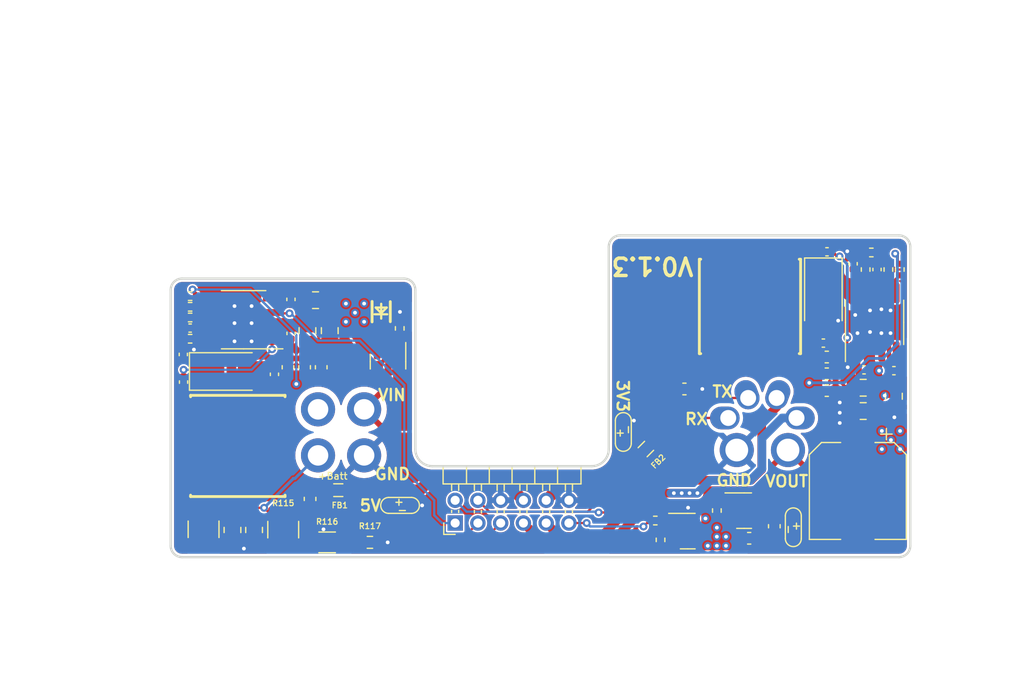
<source format=kicad_pcb>
(kicad_pcb (version 20221018) (generator pcbnew)
  (layers (0 "F.Cu" signal "Front") (1 "In1.Cu" signal) (2 "In2.Cu" signal) (31 "B.Cu" signal "Back") (34 "B.Paste" user) (35 "F.Paste" user) (36 "B.SilkS" user "B.Silkscreen") (37 "F.SilkS" user "F.Silkscreen") (38 "B.Mask" user) (39 "F.Mask" user) (44 "Edge.Cuts" user))
  (net 0 "")
  (net 1 "GND")
  (net 2 "+12V")
  (net 3 "/Ch_GND")
  (net 4 "/+Batt")
  (net 5 "+3V3")
  (net 6 "+5V")
  (net 7 "Net-(C111-Pad1)")
  (net 8 "Net-(C112-Pad1)")
  (net 9 "Net-(U101-COMP)")
  (net 10 "Net-(U102-COMP)")
  (net 11 "Net-(U101-SS)")
  (net 12 "Net-(U102-SS)")
  (net 13 "Net-(U101-BOOT)")
  (net 14 "/SW_5V")
  (net 15 "Net-(U102-BOOT)")
  (net 16 "/SW_3V3")
  (net 17 "Net-(D101-A)")
  (net 18 "5V_EN")
  (net 19 "VIN")
  (net 20 "Net-(R102-Pad2)")
  (net 21 "Net-(U101-VSENSE)")
  (net 22 "Net-(R108-Pad1)")
  (net 23 "Net-(U102-VSENSE)")
  (net 25 "SPEAKER_+")
  (net 26 "SPEAKER_-")
  (net 27 "OUT_TX")
  (net 28 "OUT_RX")
  (net 29 "VOUT")
  (net 30 "BATT_SENSE_LV")
  (net 31 "BATT_SENSE_HV")
  (net 32 "Net-(R116-Pad2)")
  (net 33 "/5V0_PF")
  (net 34 "/3V3_PF")
  (net 35 "EN_PERIPH_POWER")
  (net 36 "Net-(Q1-G)")
  (net 37 "Net-(Q1-D)")
  (footprint "cacophony-library:PinHeader_2x06_P2.00mm_Horizontal" (layer "F.Cu") (at -5 1 90)
    (fp_text reference "J104" hide)
    (fp_text value "Conn_02x06_Odd_Even")
  )
  (footprint "Inductor_SMD:L_0805_2012Metric" (layer "F.Cu") (at 11.76 -5.51 -135)
    (fp_text reference "FB2")
    (fp_text value "FerriteBead")
  )
  (footprint "Capacitor_SMD:C_0402_1005Metric" (layer "F.Cu") (at 32.075 -21.295 -90)
    (fp_text reference "C112" hide)
    (fp_text value "1nF")
  )
  (footprint "Resistor_SMD:R_1210_3225Metric" (layer "F.Cu") (at -20.11 1.58 -90)
    (fp_text reference "R115")
    (fp_text value "2M")
  )
  (footprint "Capacitor_SMD:C_0603_1608Metric" (layer "F.Cu") (at 23.05 1.28 -90)
    (fp_text reference "C108" hide)
    (fp_text value "10uF")
  )
  (footprint "Resistor_SMD:R_0603_1608Metric" (layer "F.Cu") (at -12.49 2.7)
    (fp_text reference "R117")
    (fp_text value "33k")
  )
  (footprint "Capacitor_SMD:C_0603_1608Metric" (layer "F.Cu") (at 27.66 -13.6)
    (fp_text reference "C126" hide)
    (fp_text value "22uF")
  )
  (footprint "cacophony-library:jcon-2+4pin-m16" (layer "F.Cu") (at 22 -7)
    (fp_text reference "J101" hide)
    (fp_text value "JCON_M16_2+4Pin")
  )
  (footprint "Resistor_SMD:R_0402_1005Metric" (layer "F.Cu") (at 18 -0.1 -90)
    (fp_text reference "R113" hide)
    (fp_text value "100k")
  )
  (footprint "cacophony-library:IND-SMD_L8.0-W8.0_1217AS" (layer "F.Cu") (at -24.1 -5.78)
    (fp_text reference "L101" hide)
    (fp_text value "6.8uF")
  )
  (footprint "cacophony-library:jcon-4pin_m16" (layer "F.Cu") (at -15.025 -6.975 90)
    (fp_text reference "J102" hide)
    (fp_text value "JCON_M16_04Pin")
  )
  (footprint "Resistor_SMD:R_0805_2012Metric" (layer "F.Cu") (at -24.57 1.61 90)
    (fp_text reference "R102" hide)
    (fp_text value "150k")
  )
  (footprint "Capacitor_SMD:CP_Elec_8x10" (layer "F.Cu") (at 30.39 -1.82 -90)
    (fp_text reference "C105" hide)
    (fp_text value "220uF")
  )
  (footprint "Capacitor_SMD:C_0603_1608Metric" (layer "F.Cu") (at -19.69 -12.7 90)
    (fp_text reference "C121" hide)
    (fp_text value "22uF")
  )
  (footprint "Diode_SMD:D_SMA" (layer "F.Cu") (at -24.84 -12.33)
    (fp_text reference "D102" hide)
    (fp_text value "D_Shockley")
  )
  (footprint "Resistor_SMD:R_0402_1005Metric" (layer "F.Cu") (at -28.29 -15.207638 180)
    (fp_text reference "R105" hide)
    (fp_text value "33k")
  )
  (footprint "Capacitor_SMD:C_0402_1005Metric" (layer "F.Cu") (at -20.88 -12.08 90)
    (fp_text reference "C119" hide)
    (fp_text value "1nF")
  )
  (footprint "cacophony-library:LL-34_L3.5-W1.5-RD" (layer "F.Cu") (at -11.5 -17.59 90)
    (fp_text reference "D101" hide)
    (fp_text value "D_Zener")
  )
  (footprint "Capacitor_SMD:C_0603_1608Metric" (layer "F.Cu") (at 20.84 2.34)
    (fp_text reference "C129" hide)
    (fp_text value "10uF")
  )
  (footprint "Capacitor_SMD:C_0402_1005Metric" (layer "F.Cu") (at 27.68 -22.855 180)
    (fp_text reference "C118" hide)
    (fp_text value "100nF")
  )
  (footprint "Capacitor_SMD:C_0402_1005Metric" (layer "F.Cu") (at -19.42 -15.68 -90)
    (fp_text reference "C109" hide)
    (fp_text value "1nF")
  )
  (footprint "Inductor_SMD:L_0805_2012Metric" (layer "F.Cu") (at -15.27 -1.89)
    (fp_text reference "FB1")
    (fp_text value "FerriteBead")
  )
  (footprint "Capacitor_SMD:C_0805_2012Metric" (layer "F.Cu") (at -17.27 -18.6)
    (fp_text reference "C101" hide)
    (fp_text value "22uF")
  )
  (footprint "Capacitor_SMD:C_0805_2012Metric" (layer "F.Cu") (at -16.02 -15.92 -90)
    (fp_text reference "C106" hide)
    (fp_text value "22uF")
  )
  (footprint "Resistor_SMD:R_0402_1005Metric" (layer "F.Cu") (at 13.05 2.48 90)
    (fp_text reference "R1" hide)
    (fp_text value "100k")
  )
  (footprint "Capacitor_SMD:C_0603_1608Metric" (layer "F.Cu") (at 27.66 -12.125)
    (fp_text reference "C124" hide)
    (fp_text value "22uF")
  )
  (footprint "Package_TO_SOT_SMD:SOT-23" (layer "F.Cu") (at 15.44 1.71)
    (fp_text reference "Q1" hide)
    (fp_text value "AO3400A")
  )
  (footprint "Capacitor_SMD:C_0805_2012Metric" (layer "F.Cu") (at -17.98 -15.92 -90)
    (fp_text reference "C103" hide)
    (fp_text value "22uF")
  )
  (footprint "Resistor_SMD:R_0402_1005Metric" (layer "F.Cu") (at 12.59 0.78)
    (fp_text reference "R114" hide)
    (fp_text value "1k")
  )
  (footprint "Resistor_SMD:R_0402_1005Metric" (layer "F.Cu") (at -28.29 -18.957638 180)
    (fp_text reference "R110" hide)
    (fp_text value "100k")
  )
  (footprint "Capacitor_SMD:C_0402_1005Metric" (layer "F.Cu") (at -28.87 -11.397638 -90)
    (fp_text reference "C117" hide)
    (fp_text value "100nF")
  )
  (footprint "cacophony-library:test-point-2p" (layer "F.Cu") (at 24.72 1.37 90)
    (fp_text reference "TP101" hide)
    (fp_text value "TestPoint_2Pole")
  )
  (footprint "Capacitor_SMD:C_0603_1608Metric" (layer "F.Cu") (at -16.77 -12.7 90)
    (fp_text reference "C127" hide)
    (fp_text value "22uF")
  )
  (footprint "Resistor_SMD:R_0805_2012Metric" (layer "F.Cu") (at -22.67 1.61 -90)
    (fp_text reference "R103" hide)
    (fp_text value "22k")
  )
  (footprint "Capacitor_SMD:C_0805_2012Metric" (layer "F.Cu") (at 30.86 -10.9 180)
    (fp_text reference "C102" hide)
    (fp_text value "22uF")
  )
  (footprint "Package_TO_SOT_SMD:SOT-23" (layer "F.Cu") (at -10.9 -13.2 -90)
    (fp_text reference "Q101" hide)
    (fp_text value "Q_PMOS_GSD")
  )
  (footprint "Capacitor_SMD:C_0603_1608Metric" (layer "F.Cu") (at -18.23 -12.7 90)
    (fp_text reference "C123" hide)
    (fp_text value "22uF")
  )
  (footprint "Capacitor_SMD:C_0805_2012Metric" (layer "F.Cu") (at 30.86 -8.85 180)
    (fp_text reference "C107" hide)
    (fp_text value "22uF")
  )
  (footprint "cacophony-library:test-point-2p" (layer "F.Cu") (at 9.78 -7.01 -90)
    (fp_text reference "TP102" hide)
    (fp_text value "TestPoint_2Pole")
  )
  (footprint "Capacitor_SMD:C_0402_1005Metric" (layer "F.Cu") (at -19.43 -18.67 90)
    (fp_text reference "C115" hide)
    (fp_text value "10nF")
  )
  (footprint "Capacitor_SMD:C_0402_1005Metric" (layer "F.Cu") (at 29.975 -21.8 90)
    (fp_text reference "C114" hide)
    (fp_text value "47pF")
  )
  (footprint "Capacitor_SMD:C_0603_1608Metric" (layer "F.Cu") (at -17.75 -1.12 -90)
    (fp_text reference "C125" hide)
    (fp_text value "22uF")
  )
  (footprint "Resistor_SMD:R_0402_1005Metric" (layer "F.Cu") (at 31.575 -22.795 180)
    (fp_text reference "R109" hide)
    (fp_text value "10k")
  )
  (footprint "Capacitor_SMD:C_0805_2012Metric" (layer "F.Cu") (at 33.56 -10.15 -90)
    (fp_text reference "C104" hide)
    (fp_text value "22uF")
  )
  (footprint "Resistor_SMD:R_0402_1005Metric" (layer "F.Cu") (at 34.075 -21.295 -90)
    (fp_text reference "R112" hide)
    (fp_text value "100k")
  )
  (footprint "Resistor_SMD:R_0402_1005Metric" (layer "F.Cu") (at -9.87 -16.12 90)
    (fp_text reference "R104" hide)
    (fp_text value "100k")
  )
  (footprint "Diode_SMD:D_SMA" (layer "F.Cu") (at 27.36 -18.8 -90)
    (fp_text reference "D103" hide)
    (fp_text value "D_Shockley")
  )
  (footprint "Capacitor_SMD:C_0402_1005Metric" (layer "F.Cu") (at 30.935 -12.475 180)
    (fp_text reference "C110" hide)
    (fp_text value "1nF")
  )
  (footprint "Package_SO:SO-8_3.9x4.9mm_P1.27mm" (layer "F.Cu") (at -23.59 -16.88 180)
    (fp_text reference "U101" hide)
    (fp_text value "TPS54331")
  )
  (footprint "Capacitor_SMD:C_0402_1005Metric" (layer "F.Cu") (at -28.89 -13.827638 -90)
    (fp_text reference "C111" hide)
    (fp_text value "1nF")
  )
  (footprint "Resistor_SMD:R_0402_1005Metric" (layer "F.Cu") (at 33.075 -21.295 -90)
    (fp_text reference "R108" hide)
    (fp_text value "22k")
  )
  (footprint "Resistor_SMD:R_0402_1005Metric" (layer "F.Cu") (at 31.075 -21.295 90)
    (fp_text reference "R106" hide)
    (fp_text value "33k")
  )
  (footprint "Capacitor_SMD:C_0603_1608Metric" (layer "F.Cu") (at 15.15 -10.79)
    (fp_text reference "C128" hide)
    (fp_text value "22uF")
  )
  (footprint "Capacitor_SMD:C_0402_1005Metric" (layer "F.Cu") (at 27.36 -14.825)
    (fp_text reference "C120" hide)
    (fp_text value "1nF")
  )
  (footprint "Capacitor_SMD:C_0603_1608Metric" (layer "F.Cu") (at 27.66 -10.65)
    (fp_text reference "C122" hide)
    (fp_text value "22uF")
  )
  (footprint "Package_TO_SOT_SMD:SOT-23" (layer "F.Cu") (at 20.395 -0.09)
    (fp_text reference "Q102" hide)
    (fp_text value "Q_PMOS_GSD")
  )
  (footprint "Package_SO:SO-8_3.9x4.9mm_P1.27mm" (layer "F.Cu") (at 31.86 -16.65 90)
    (fp_text reference "U102" hide)
    (fp_text value "TPS54331")
  )
  (footprint "cacophony-library:IND-SMD_L8.0-W8.0_1217AS" (layer "F.Cu") (at 20.91 -18.05 -90)
    (fp_text reference "L102" hide)
    (fp_text value "6.8uF")
  )
  (footprint "Capacitor_SMD:C_0402_1005Metric" (layer "F.Cu") (at 33.56 -12.4 180)
    (fp_text reference "C116" hide)
    (fp_text value "10nF")
  )
  (footprint "Resistor_SMD:R_0402_1005Metric" (layer "F.Cu") (at -28.29 -18.017638)
    (fp_text reference "R107" hide)
    (fp_text value "150k")
  )
  (footprint "Capacitor_SMD:C_0402_1005Metric" (layer "F.Cu") (at -28.29 -16.147638 180)
    (fp_text reference "C113" hide)
    (fp_text value "47pF")
  )
  (footprint "Resistor_SMD:R_1206_3216Metric" (layer "F.Cu") (at -16.25 2.7)
    (fp_text reference "R116")
    (fp_text value "560k")
  )
  (footprint "Resistor_SMD:R_1210_3225Metric" (layer "F.Cu") (at -27.11 1.55 -90)
    (fp_text reference "R101" hide)
    (fp_text value "2M")
  )
  (footprint "cacophony-library:test-point-2p" (layer "F.Cu") (at -9.84 -0.55 180)
    (fp_text reference "TP103" hide)
    (fp_text value "TestPoint_2Pole")
  )
  (footprint "Resistor_SMD:R_0402_1005Metric" (layer "F.Cu") (at -28.29 -17.077638)
    (fp_text reference "R111" hide)
    (fp_text value "22k")
  )
  (gr_arc (start 8.5 -5.5) (mid 8.06066 -4.43934) (end 7 -4) (stroke (width 0.2)) (layer "Edge.Cuts"))
  (gr_arc (start 35 3) (mid 34.707107 3.707107) (end 34 4) (stroke (width 0.2)) (layer "Edge.Cuts"))
  (gr_arc (start 34 -24.3) (mid 34.707107 -24.007107) (end 35 -23.3) (stroke (width 0.2)) (layer "Edge.Cuts"))
  (gr_line (start -7 -4) (end 7 -4) (stroke (width 0.2)) (layer "Edge.Cuts"))
  (gr_arc (start -29 4) (mid -29.707107 3.707107) (end -30 3) (stroke (width 0.2)) (layer "Edge.Cuts"))
  (gr_line (start 8.5 -5.5) (end 8.5 -23.3) (stroke (width 0.2)) (layer "Edge.Cuts"))
  (gr_line (start -8.5 -19.5) (end -8.5 -5.5) (stroke (width 0.2)) (layer "Edge.Cuts"))
  (gr_arc (start 8.5 -23.3) (mid 8.792893 -24.007107) (end 9.5 -24.3) (stroke (width 0.2)) (layer "Edge.Cuts"))
  (gr_line (start 34 4) (end -29 4) (stroke (width 0.2)) (layer "Edge.Cuts"))
  (gr_line (start -30 3) (end -30 -19.5) (stroke (width 0.2)) (layer "Edge.Cuts"))
  (gr_line (start -29 -20.5) (end -9.5 -20.5) (stroke (width 0.2)) (layer "Edge.Cuts"))
  (gr_arc (start -9.5 -20.5) (mid -8.792893 -20.207107) (end -8.5 -19.5) (stroke (width 0.2)) (layer "Edge.Cuts"))
  (gr_line (start 35 -23.3) (end 35 3) (stroke (width 0.2)) (layer "Edge.Cuts"))
  (gr_arc (start -7 -4) (mid -8.06066 -4.43934) (end -8.5 -5.5) (stroke (width 0.2)) (layer "Edge.Cuts"))
  (gr_arc (start -30 -19.5) (mid -29.707107 -20.207107) (end -29 -20.5) (stroke (width 0.2)) (layer "Edge.Cuts"))
  (gr_line (start 9.5 -24.3) (end 34 -24.3) (stroke (width 0.2)) (layer "Edge.Cuts"))
  (gr_text "GND" (at 17.86 -2.17) (layer "F.SilkS") (effects (font (size 1 1) (thickness 0.2) bold) (justify left bottom)))
  (gr_text "TX" (at 17.5 -9.97) (layer "F.SilkS") (effects (font (size 1 1) (thickness 0.2) bold) (justify left bottom)))
  (gr_text "+Batt" (at -17.1 -2.78) (layer "F.SilkS") (effects (font (size 0.6 0.6) (thickness 0.1) bold) (justify left bottom)))
  (gr_text "GND" (at -12.16 -2.72) (layer "F.SilkS") (effects (font (size 1 1) (thickness 0.2) bold) (justify left bottom)))
  (gr_text "VOUT" (at 22.15 -2.09) (layer "F.SilkS") (effects (font (size 1 1) (thickness 0.2) bold) (justify left bottom)))
  (gr_text "VIN" (at -11.88 -9.67) (layer "F.SilkS") (effects (font (size 1 1) (thickness 0.2) bold) (justify left bottom)))
  (gr_text "5V" (at -13.49 0.05) (layer "F.SilkS") (effects (font (size 1 1) (thickness 0.2) bold) (justify left bottom)))
  (gr_text "3V3" (at 9.144 -11.684 270) (layer "F.SilkS") (effects (font (size 1 1) (thickness 0.2) bold) (justify left bottom)))
  (gr_text "V0.1.3" (at 16.1 -22.5 180) (layer "F.SilkS") (effects (font (size 1.524 1.524) (thickness 0.3048) bold) (justify left bottom)))
  (gr_text "RX" (at 15.09 -7.56) (layer "F.SilkS") (effects (font (size 1 1) (thickness 0.2) bold) (justify left bottom)))
  (segment (start 30.55 -22.28) (end 31.065 -22.795) (width 0.254) (layer "F.Cu") (net 1))
  (segment (start -8.84 -0.55) (end -7.9 -0.55) (width 0.2) (layer "F.Cu") (net 1))
  (segment (start -28.277 -14.574638) (end -27.958489 -14.256127) (width 0.2) (layer "F.Cu") (net 1))
  (segment (start -28.77 -16.147638) (end -28.277 -15.654638) (width 0.2) (layer "F.Cu") (net 1))
  (segment (start 33.6 -9.16) (end 33.56 -9.2) (width 0.2) (layer "F.Cu") (net 1))
  (segment (start 29.975 -22.385) (end 29.46 -22.9) (width 0.254) (layer "F.Cu") (net 1))
  (segment (start -28.89 -13.453994) (end -28.087867 -14.256127) (width 0.2) (layer "F.Cu") (net 1))
  (segment (start 9.78 -8.01) (end 10.71 -8.01) (width 0.2) (layer "F.Cu") (net 1))
  (segment (start -9.87 -16.63) (end -9.87 -17.55) (width 0.2) (layer "F.Cu") (net 1))
  (segment (start 29.975 -22.28) (end 30.55 -22.28) (width 0.254) (layer "F.Cu") (net 1))
  (segment (start 33.6 -8.3) (end 33.6 -9.16) (width 0.2) (layer "F.Cu") (net 1))
  (segment (start 29.975 -22.28) (end 29.975 -22.385) (width 0.254) (layer "F.Cu") (net 1))
  (segment (start -28.277 -15.654638) (end -28.277 -14.574638) (width 0.2) (layer "F.Cu") (net 1))
  (segment (start -9.87 -17.55) (end -9.85 -17.57) (width 0.2) (layer "F.Cu") (net 1))
  (segment (start -28.89 -13.347638) (end -28.89 -13.453994) (width 0.2) (layer "F.Cu") (net 1))
  (segment (start -28.087867 -14.256127) (end -27.958489 -14.256127) (width 0.2) (layer "F.Cu") (net 1))
  (segment (start 15.925 -10.79) (end 16.72 -10.79) (width 0.2) (layer "F.Cu") (net 1))
  (segment (start -11.665 2.7) (end -10.93 2.7) (width 0.2) (layer "F.Cu") (net 1))
  (via (at 29.5 -12.7) (size 0.6858) (drill 0.3302) (layers "F.Cu" "B.Cu") (net 1))
  (via (at 33.2631 -15.7) (size 0.6858) (drill 0.3302) (layers "F.Cu" "B.Cu") (net 1))
  (via (at 31.46 -17.7) (size 0.6858) (drill 0.3302) (layers "F.Cu" "B.Cu") (net 1))
  (via (at -7.9 -0.55) (size 0.6858) (drill 0.3302) (layers "F.Cu" "B.Cu") (net 1))
  (via (at -22.89 -14.98) (size 0.6858) (drill 0.3302) (layers "F.Cu" "B.Cu") (net 1))
  (via (at -22.89 -16.58) (size 0.6858) (drill 0.3302) (layers "F.Cu" "B.Cu") (net 1))
  (via (at -24.39 -18.08) (size 0.6858) (drill 0.3302) (layers "F.Cu" "B.Cu") (net 1))
  (via (at -22.89 -18.08) (size 0.6858) (drill 0.3302) (layers "F.Cu" "B.Cu") (net 1))
  (via (at 29.46 -22.9) (size 0.6858) (drill 0.3302) (layers "F.Cu" "B.Cu") (net 1))
  (via (at 28.8 -7.8) (size 0.6858) (drill 0.3302) (layers "F.Cu" "B.Cu") (net 1))
  (via (at -9.85 -17.57) (size 0.6858) (drill 0.3302) (layers "F.Cu" "B.Cu") (net 1))
  (via (at 32.46 -15.7) (size 0.6858) (drill 0.3302) (layers "F.Cu" "B.Cu") (net 1))
  (via (at 28.8 -9.6) (size 0.6858) (drill 0.3302) (layers "F.Cu" "B.Cu") (net 1))
  (via (at 16.72 -10.79) (size 0.6858) (drill 0.3302) (layers "F.Cu" "B.Cu") (net 1))
  (via (at -16.57 1.55) (size 0.6858) (drill 0.3302) (layers "F.Cu" "B.Cu") (net 1))
  (via (at -24.39 -16.58) (size 0.6858) (drill 0.3302) (layers "F.Cu" "B.Cu") (net 1))
  (via (at -24.39 -14.98) (size 0.6858) (drill 0.3302) (layers "F.Cu" "B.Cu") (net 1))
  (via (at 30.36 -15.7) (size 0.6858) (drill 0.3302) (layers "F.Cu" "B.Cu") (net 1))
  (via (at 31.46 -15.8) (size 0.6858) (drill 0.3302) (layers "F.Cu" "B.Cu") (net 1))
  (via (at 28.66 -16.8) (size 0.6858) (drill 0.3302) (layers "F.Cu" "B.Cu") (net 1))
  (via (at -27.958489 -14.256127) (size 0.6858) (drill 0.3302) (layers "F.Cu" "B.Cu") (net 1))
  (via (at 28.8 -8.7) (size 0.6858) (drill 0.3302) (layers "F.Cu" "B.Cu") (net 1))
  (via (at 33.2631 -17.7) (size 0.6858) (drill 0.3302) (layers "F.Cu" "B.Cu") (net 1))
  (via (at 32.46 -17.8) (size 0.6858) (drill 0.3302) (layers "F.Cu" "B.Cu") (net 1))
  (via (at 15.47 -0.35) (size 0.6858) (drill 0.3302) (layers "F.Cu" "B.Cu") (net 1))
  (via (at 33.6 -8.3) (size 0.6858) (drill 0.3302) (layers "F.Cu" "B.Cu") (net 1))
  (via (at -23.564598 3.247359) (size 0.6858) (drill 0.3302) (layers "F.Cu" "B.Cu") (net 1))
  (via (at 10.71 -8.01) (size 0.6858) (drill 0.3302) (layers "F.Cu" "B.Cu") (net 1))
  (via (at -10.93 2.7) (size 0.6858) (drill 0.3302) (layers "F.Cu" "B.Cu") (net 1))
  (via (at 30.16 -17.3) (size 0.6858) (drill 0.3302) (layers "F.Cu" "B.Cu") (net 1))
  (via (at 18.8 2.2) (size 0.6858) (drill 0.3302) (layers "F.Cu" "B.Cu") (net 2))
  (via (at 32.5 -7.1) (size 0.6858) (drill 0.3302) (layers "F.Cu" "B.Cu") (net 2))
  (via (at 18 2.2) (size 0.6858) (drill 0.3302) (layers "F.Cu" "B.Cu") (net 2))
  (via (at -14.6 -16.7) (size 0.6858) (drill 0.3302) (layers "F.Cu" "B.Cu") (net 2))
  (via (at 18.8 3) (size 0.6858) (drill 0.3302) (layers "F.Cu" "B.Cu") (net 2))
  (via (at 18 1.4) (size 0.6858) (drill 0.3302) (layers "F.Cu" "B.Cu") (net 2))
  (via (at -13 -18.3) (size 0.6858) (drill 0.3302) (layers "F.Cu" "B.Cu") (net 2))
  (via (at -14.6 -18.3) (size 0.6858) (drill 0.3302) (layers "F.Cu" "B.Cu") (net 2))
  (via (at 32.75 -10.21) (size 0.6858) (drill 0.3302) (layers "F.Cu" "B.Cu") (net 2))
  (via (at 18 3) (size 0.6858) (drill 0.3302) (layers "F.Cu" "B.Cu") (net 2))
  (via (at 32.26 -12.4) (size 0.6858) (drill 0.3302) (layers "F.Cu" "B.Cu") (net 2))
  (via (at 34.1 -5.5) (size 0.6858) (drill 0.3302) (layers "F.Cu" "B.Cu") (net 2))
  (via (at 32.5 -5.5) (size 0.6858) (drill 0.3302) (layers "F.Cu" "B.Cu") (net 2))
  (via (at -13 -16.7) (size 0.6858) (drill 0.3302) (layers "F.Cu" "B.Cu") (net 2))
  (via (at -13.8 -17.5) (size 0.6858) (drill 0.3302) (layers "F.Cu" "B.Cu") (net 2))
  (via (at 34.1 -7.1) (size 0.6858) (drill 0.3302) (layers "F.Cu" "B.Cu") (net 2))
  (via (at 17 0.6) (size 0.6858) (drill 0.3302) (layers "F.Cu" "B.Cu") (net 2))
  (via (at 17.2 3) (size 0.6858) (drill 0.3302) (layers "F.Cu" "B.Cu") (net 2))
  (via (at 33.3 -6.3) (size 0.6858) (drill 0.3302) (layers "F.Cu" "B.Cu") (net 2))
  (segment (start -25.3975 0.0875) (end -27.11 0.0875) (width 0.2) (layer "F.Cu") (net 4))
  (segment (start -21.3325 0.1175) (end -21.79 -0.34) (width 0.2) (layer "F.Cu") (net 4))
  (segment (start -20.11 0.1175) (end -21.3325 0.1175) (width 0.2) (layer "F.Cu") (net 4))
  (segment (start -21.79 -0.34) (end -24.97 -0.34) (width 0.2) (layer "F.Cu") (net 4))
  (segment (start -24.97 -0.34) (end -25.3975 0.0875) (width 0.2) (layer "F.Cu") (net 4))
  (via (at -21.79 -0.34) (size 0.6858) (drill 0.3302) (layers "F.Cu" "B.Cu") (net 4))
  (segment (start -19.23 -2.9) (end -19.23 -2.92) (width 0.254) (layer "B.Cu") (net 4))
  (segment (start -19.23 -2.92) (end -19.08 -2.92) (width 0.254) (layer "B.Cu") (net 4))
  (segment (start -19.08 -2.92) (end -17.05 -4.95) (width 0.254) (layer "B.Cu") (net 4))
  (segment (start -21.79 -0.34) (end -19.23 -2.9) (width 0.254) (layer "B.Cu") (net 4))
  (segment (start 9.78 -5.987398) (end 11.008699 -4.758699) (width 0.2) (layer "F.Cu") (net 5))
  (segment (start 4.48 -2.48) (end 3 -1) (width 1) (layer "F.Cu") (net 5))
  (segment (start 9.78 -6.01) (end 9.78 -5.987398) (width 0.2) (layer "F.Cu") (net 5))
  (segment (start 11.008699 -4.758699) (end 8.73 -2.48) (width 1) (layer "F.Cu") (net 5))
  (segment (start 8.73 -2.48) (end 4.48 -2.48) (width 1) (layer "F.Cu") (net 5))
  (segment (start -10.81 -1.89) (end -8.105 -1.89) (width 1) (layer "F.Cu") (net 6))
  (segment (start -14.2075 -1.89) (end -10.81 -1.89) (width 1) (layer "F.Cu") (net 6))
  (segment (start -10.84 -0.55) (end -10.84 -1.86) (width 0.2) (layer "F.Cu") (net 6))
  (segment (start -0.47 -2.47) (end 1 -1) (width 1) (layer "F.Cu") (net 6))
  (segment (start -8.105 -1.89) (end -7.525 -2.47) (width 1) (layer "F.Cu") (net 6))
  (segment (start -7.525 -2.47) (end -0.47 -2.47) (width 1) (layer "F.Cu") (net 6))
  (segment (start -10.84 -1.86) (end -10.81 -1.89) (width 0.2) (layer "F.Cu") (net 6))
  (segment (start -28.89 -14.757638) (end -28.89 -14.307638) (width 0.2) (layer "F.Cu") (net 7))
  (segment (start -28.8 -14.847638) (end -28.89 -14.757638) (width 0.2) (layer "F.Cu") (net 7))
  (segment (start -28.8 -15.207638) (end -28.8 -14.847638) (width 0.2) (layer "F.Cu") (net 7))
  (segment (start 32.075 -21.775) (end 31.495 -21.775) (width 0.25) (layer "F.Cu") (net 8))
  (segment (start 31.495 -21.775) (end 31.465 -21.805) (width 0.25) (layer "F.Cu") (net 8))
  (segment (start 31.465 -21.805) (end 30.975 -21.805) (width 0.25) (layer "F.Cu") (net 8))
  (segment (start -27.81 -16.147638) (end -27.81 -15.237638) (width 0.2) (layer "F.Cu") (net 9))
  (segment (start -26.165 -17.515) (end -26.442638 -17.515) (width 0.2) (layer "F.Cu") (net 9))
  (segment (start -26.165 -17.515) (end -26.565 -17.515) (width 0.2) (layer "F.Cu") (net 9))
  (segment (start -26.442638 -17.515) (end -27.81 -16.147638) (width 0.2) (layer "F.Cu") (net 9))
  (segment (start -27.81 -15.237638) (end -27.78 -15.207638) (width 0.2) (layer "F.Cu") (net 9))
  (segment (start 29.975 -21.32) (end 30.04 -21.32) (width 0.254) (layer "F.Cu") (net 10))
  (segment (start 31.075 -20.785) (end 31.111342 -20.785) (width 0.254) (layer "F.Cu") (net 10))
  (segment (start 30.575 -20.785) (end 31.075 -20.785) (width 0.254) (layer "F.Cu") (net 10))
  (segment (start 31.111342 -20.785) (end 32.495 -19.401342) (width 0.254) (layer "F.Cu") (net 10))
  (segment (start 32.495 -19.401342) (end 32.495 -19.225) (width 0.254) (layer "F.Cu") (net 10))
  (segment (start 30.04 -21.32) (end 30.575 -20.785) (width 0.254) (layer "F.Cu") (net 10))
  (segment (start -21.015 -18.785) (end -20.025 -18.785) (width 0.254) (layer "F.Cu") (net 11))
  (segment (start -20.025 -18.785) (end -19.43 -18.19) (width 0.254) (layer "F.Cu") (net 11))
  (segment (start 34.04 -12.4) (end 34.04 -12.73) (width 0.2) (layer "F.Cu") (net 12))
  (segment (start 34.04 -12.73) (end 33.765 -13.005) (width 0.2) (layer "F.Cu") (net 12))
  (segment (start 33.765 -13.005) (end 33.765 -14.075) (width 0.2) (layer "F.Cu") (net 12))
  (segment (start -28.865003 -11.752635) (end -28.865003 -12.35) (width 0.254) (layer "F.Cu") (net 13))
  (segment (start -21.09 -14.28) (end -21.09 -14.9) (width 0.254) (layer "F.Cu") (net 13))
  (segment (start -28.865003 -12.505435) (end -28.865003 -12.35) (width 0.254) (layer "F.Cu") (net 13))
  (via (at -28.865003 -12.48) (size 0.6858) (drill 0.3302) (layers "F.Cu" "B.Cu") (net 13))
  (via (at -21.09 -14.28) (size 0.6858) (drill 0.3302) (layers "F.Cu" "B.Cu") (net 13))
  (segment (start -22.89 -12.48) (end -21.09 -14.28) (width 0.2) (layer "B.Cu") (net 13))
  (segment (start -28.865003 -12.48) (end -22.89 -12.48) (width 0.2) (layer "B.Cu") (net 13))
  (segment (start -28.87 -10.91) (end -27.15 -10.91) (width 0.2) (layer "F.Cu") (net 14))
  (segment (start -27.15 -10.91) (end -26.84 -11.22) (width 0.2) (layer "F.Cu") (net 14))
  (segment (start -26.84 -11.22) (end -26.84 -12.33) (width 0.2) (layer "F.Cu") (net 14))
  (segment (start 29.46 -14.57) (end 29.46 -15.3) (width 0.2) (layer "F.Cu") (net 15))
  (segment (start 28.565584 -22.449416) (end 28.16 -22.855) (width 0.254) (layer "F.Cu") (net 15))
  (segment (start 28.784124 -22.449416) (end 28.565584 -22.449416) (width 0.254) (layer "F.Cu") (net 15))
  (segment (start 29.955 -14.075) (end 29.46 -14.57) (width 0.2) (layer "F.Cu") (net 15))
  (via (at 28.784124 -22.449416) (size 0.6858) (drill 0.3302) (layers "F.Cu" "B.Cu") (net 15))
  (via (at 29.46 -15.3) (size 0.6858) (drill 0.3302) (layers "F.Cu" "B.Cu") (net 15))
  (segment (start 29.46 -21.77354) (end 29.46 -15.3) (width 0.254) (layer "B.Cu") (net 15))
  (segment (start 28.784124 -22.449416) (end 29.46 -21.77354) (width 0.254) (layer "B.Cu") (net 15))
  (segment (start -9.95 -14.1375) (end -9.95 -15.53) (width 0.2) (layer "F.Cu") (net 17))
  (segment (start -9.87 -15.61) (end -9.17 -16.31) (width 0.2) (layer "F.Cu") (net 17))
  (segment (start -9.17 -18.34) (end -10.12 -19.29) (width 0.2) (layer "F.Cu") (net 17))
  (segment (start -9.17 -16.31) (end -9.17 -18.34) (width 0.2) (layer "F.Cu") (net 17))
  (segment (start -9.95 -15.53) (end -9.87 -15.61) (width 0.2) (layer "F.Cu") (net 17))
  (segment (start -10.12 -19.29) (end -11.5 -19.29) (width 0.2) (layer "F.Cu") (net 17))
  (segment (start -20.94 -17.44) (end -21.015 -17.515) (width 0.2) (layer "F.Cu") (net 18))
  (segment (start -19.56 -17.44) (end -20.94 -17.44) (width 0.2) (layer "F.Cu") (net 18))
  (via (at -19.56 -17.44) (size 0.6858) (drill 0.3302) (layers "F.Cu" "B.Cu") (net 18))
  (segment (start -13.38 -15.04) (end -9.47 -11.13) (width 0.2) (layer "B.Cu") (net 18))
  (segment (start -9.47 -3.63) (end -6.84 -1) (width 0.2) (layer "B.Cu") (net 18))
  (segment (start -19.45 -17.44) (end -17.05 -15.04) (width 0.2) (layer "B.Cu") (net 18))
  (segment (start -9.47 -11.13) (end -9.47 -3.63) (width 0.2) (layer "B.Cu") (net 18))
  (segment (start -19.56 -17.44) (end -19.45 -17.44) (width 0.2) (layer "B.Cu") (net 18))
  (segment (start -6.84 -1) (end -6.84 0.31) (width 0.2) (layer "B.Cu") (net 18))
  (segment (start -17.05 -15.04) (end -13.38 -15.04) (width 0.2) (layer "B.Cu") (net 18))
  (segment (start -6.84 0.31) (end -6.15 1) (width 0.2) (layer "B.Cu") (net 18))
  (segment (start -6.15 1) (end -5 1) (width 0.2) (layer "B.Cu") (net 18))
  (segment (start -24.57 0.6975) (end -22.67 0.6975) (width 0.2) (layer "F.Cu") (net 20))
  (segment (start -27.012638 -18.785) (end -26.165 -18.785) (width 0.2) (layer "F.Cu") (net 21))
  (segment (start -27.78 -18.017638) (end -27.012638 -18.785) (width 0.2) (layer "F.Cu") (net 21))
  (segment (start -27.78 -17.077638) (end -27.78 -18.017638) (width 0.2) (layer "F.Cu") (net 21))
  (segment (start -28.72 -18.957638) (end -28.8 -18.957638) (width 0.2) (layer "F.Cu") (net 21))
  (segment (start -27.78 -18.017638) (end -28.72 -18.957638) (width 0.2) (layer "F.Cu") (net 21))
  (segment (start 33.075 -22.495) (end 32.775 -22.795) (width 0.25) (layer "F.Cu") (net 22))
  (segment (start 32.775 -22.795) (end 32.085 -22.795) (width 0.25) (layer "F.Cu") (net 22))
  (segment (start 33.075 -21.805) (end 33.075 -22.495) (width 0.25) (layer "F.Cu") (net 22))
  (segment (start 33.765 -20.095) (end 33.61 -20.25) (width 0.254) (layer "F.Cu") (net 23))
  (segment (start 33.61 -20.25) (end 33.075 -20.785) (width 0.254) (layer "F.Cu") (net 23))
  (segment (start 33.61 -20.32) (end 34.075 -20.785) (width 0.254) (layer "F.Cu") (net 23))
  (segment (start 33.765 -19.225) (end 33.765 -20.095) (width 0.254) (layer "F.Cu") (net 23))
  (segment (start 33.61 -20.25) (end 33.61 -20.32) (width 0.254) (layer "F.Cu") (net 23))
  (segment (start 12.77 -2.76) (end 7.827 2.183) (width 0.762) (layer "F.Cu") (net 25))
  (segment (start 21.94 -7.88) (end 21.94 -3.7) (width 0.762) (layer "F.Cu") (net 25))
  (segment (start 3 1) (end 3.462448 1) (width 0.2) (layer "F.Cu") (net 25))
  (segment (start 21 -2.76) (end 12.77 -2.76) (width 0.762) (layer "F.Cu") (net 25))
  (segment (start 23.25 -9.19) (end 21.94 -7.88) (width 0.762) (layer "F.Cu") (net 25))
  (segment (start 23.25 -10) (end 23.25 -9.19) (width 0.762) (layer "F.Cu") (net 25))
  (segment (start 4.183 2.183) (end 3 1) (width 0.762) (layer "F.Cu") (net 25))
  (segment (start 21.94 -3.7) (end 21 -2.76) (width 0.762) (layer "F.Cu") (net 25))
  (segment (start 23.3 -9.83) (end 23.3 -11) (width 0.762) (layer "F.Cu") (net 25))
  (segment (start 7.827 2.183) (end 4.183 2.183) (width 0.762) (layer "F.Cu") (net 25))
  (segment (start 13.01 -1.63) (end 16.29 -1.63) (width 0.762) (layer "F.Cu") (net 26))
  (segment (start 3.08 3.08) (end 1 1) (width 0.762) (layer "F.Cu") (net 26))
  (segment (start 8.3 3.08) (end 13.01 -1.63) (width 0.762) (layer "F.Cu") (net 26))
  (segment (start 8.3 3.08) (end 3.08 3.08) (width 0.762) (layer "F.Cu") (net 26))
  (via (at 14.22 -1.63) (size 0.6858) (drill 0.3302) (layers "F.Cu" "B.Cu") (net 26))
  (via (at 15.6 -1.63) (size 0.6858) (drill 0.3302) (layers "F.Cu" "B.Cu") (net 26))
  (via (at 16.29 -1.63) (size 0.6858) (drill 0.3302) (layers "F.Cu" "B.Cu") (net 26))
  (via (at 14.91 -1.63) (size 0.6858) (drill 0.3302) (layers "F.Cu" "B.Cu") (net 26))
  (segment (start 21.96 -6.46) (end 21.96 -3.77) (width 0.762) (layer "B.Cu") (net 26))
  (segment (start 23.74 -8.24) (end 21.96 -6.46) (width 0.762) (layer "B.Cu") (net 26))
  (segment (start 20.93 -2.74) (end 17.4 -2.74) (width 0.762) (layer "B.Cu") (net 26))
  (segment (start 25 -8.24) (end 23.74 -8.24) (width 0.762) (layer "B.Cu") (net 26))
  (segment (start 17.4 -2.74) (end 16.29 -1.63) (width 0.762) (layer "B.Cu") (net 26))
  (segment (start 21.96 -3.77) (end 20.93 -2.74) (width 0.762) (layer "B.Cu") (net 26))
  (segment (start 16.29 -1.63) (end 13.96 -1.63) (width 0.762) (layer "B.Cu") (net 26))
  (segment (start 7.36 -0.71) (end 6.65 0) (width 0.2) (layer "F.Cu") (net 27))
  (segment (start -2 0) (end -3 -1) (width 0.2) (layer "F.Cu") (net 27))
  (segment (start 8.52 -0.71) (end 7.36 -0.71) (width 0.2) (layer "F.Cu") (net 27))
  (segment (start 20.75 -10) (end 17.81 -10) (width 0.2) (layer "F.Cu") (net 27))
  (segment (start 6.65 0) (end -2 0) (width 0.2) (layer "F.Cu") (net 27))
  (segment (start 17.81 -10) (end 8.52 -0.71) (width 0.2) (layer "F.Cu") (net 27))
  (segment (start 16.78 -8.24) (end 8.47 0.07) (width 0.2) (layer "F.Cu") (net 28))
  (segment (start 8.47 0.07) (end 7.61 0.07) (width 0.2) (layer "F.Cu") (net 28))
  (segment (start 19 -8.24) (end 16.78 -8.24) (width 0.2) (layer "F.Cu") (net 28))
  (via (at 7.61 0.07) (size 0.6858) (drill 0.3302) (layers "F.Cu" "B.Cu") (net 28))
  (segment (start 7.61 0.07) (end 7.54 0) (width 0.2) (layer "B.Cu") (net 28))
  (segment (start -4 0) (end -4.768776 -0.768776) (width 0.2) (layer "B.Cu") (net 28))
  (segment (start 7.54 0) (end -4 0) (width 0.2) (layer "B.Cu") (net 28))
  (segment (start -15.37 1.44) (end -9.88 1.44) (width 0.2) (layer "F.Cu") (net 30))
  (segment (start -16.63 2.7) (end -15.37 1.44) (width 0.2) (layer "F.Cu") (net 30))
  (segment (start -8.81 2.51) (end -2.51 2.51) (width 0.2) (layer "F.Cu") (net 30))
  (segment (start -17.7125 2.7) (end -16.63 2.7) (width 0.2) (layer "F.Cu") (net 30))
  (segment (start -18.36 2.7) (end -17.7125 2.7) (width 0.2) (layer "F.Cu") (net 30))
  (segment (start -2.51 2.51) (end -1 1) (width 0.2) (layer "F.Cu") (net 30))
  (segment (start -18.7025 3.0425) (end -18.36 2.7) (width 0.2) (layer "F.Cu") (net 30))
  (segment (start -20.11 3.0425) (end -18.7025 3.0425) (width 0.2) (layer "F.Cu") (net 30))
  (segment (start -9.88 1.44) (end -8.81 2.51) (width 0.2) (layer "F.Cu") (net 30))
  (segment (start -25.2625 2.5225) (end -24.57 2.5225) (width 0.2) (layer "F.Cu") (net 31))
  (segment (start -23.6675 1.62) (end -19.27 1.62) (width 0.2) (layer "F.Cu") (net 31))
  (segment (start -27.11 3.0125) (end -25.7525 3.0125) (width 0.2) (layer "F.Cu") (net 31))
  (segment (start -4.01 2.01) (end -3 1) (width 0.2) (layer "F.Cu") (net 31))
  (segment (start -19.27 1.62) (end -18.46 0.81) (width 0.2) (layer "F.Cu") (net 31))
  (segment (start -7.76 0.81) (end -6.56 2.01) (width 0.2) (layer "F.Cu") (net 31))
  (segment (start -18.46 0.81) (end -7.76 0.81) (width 0.2) (layer "F.Cu") (net 31))
  (segment (start -6.56 2.01) (end -4.01 2.01) (width 0.2) (layer "F.Cu") (net 31))
  (segment (start -25.7525 3.0125) (end -25.2625 2.5225) (width 0.2) (layer "F.Cu") (net 31))
  (segment (start -24.57 2.5225) (end -23.6675 1.62) (width 0.2) (layer "F.Cu") (net 31))
  (segment (start -14.7875 2.7) (end -13.315 2.7) (width 0.2) (layer "F.Cu") (net 32))
  (segment (start -21.2 -5.345) (end -21.2 -5.78) (width 1) (layer "F.Cu") (net 33))
  (segment (start -27.78 -19.24) (end -28.08 -19.54) (width 0.2) (layer "F.Cu") (net 33))
  (segment (start -17.75 -1.895) (end -16.3375 -1.895) (width 1) (layer "F.Cu") (net 33))
  (segment (start -17.75 -1.895) (end -21.2 -5.345) (width 1) (layer "F.Cu") (net 33))
  (segment (start -27.78 -18.957638) (end -27.78 -19.24) (width 0.2) (layer "F.Cu") (net 33))
  (segment (start -16.3375 -1.895) (end -16.3325 -1.89) (width 1) (layer "F.Cu") (net 33))
  (via (at -18.96 -11.23) (size 0.6858) (drill 0.3302) (layers "F.Cu" "B.Cu") (net 33))
  (via (at -28.08 -19.54) (size 0.6858) (drill 0.3302) (layers "F.Cu" "B.Cu") (net 33))
  (segment (start -22.98 -19.54) (end -18.96 -15.52) (width 0.2) (layer "B.Cu") (net 33))
  (segment (start -28.08 -19.54) (end -22.98 -19.54) (width 0.2) (layer "B.Cu") (net 33))
  (segment (start -18.96 -15.52) (end -18.96 -11.23) (width 0.2) (layer "B.Cu") (net 33))
  (segment (start 33.875 -22.005) (end 34.075 -21.805) (width 0.254) (layer "F.Cu") (net 34))
  (segment (start 33.675 -22.695) (end 33.875 -22.495) (width 0.254) (layer "F.Cu") (net 34))
  (segment (start 14.375 -10.79) (end 14.375 -12.215) (width 1) (layer "F.Cu") (net 34))
  (segment (start 12.511301 -6.261301) (end 14.375 -8.125) (width 1) (layer "F.Cu") (net 34))
  (segment (start 14.375 -12.215) (end 18.08 -15.92) (width 1) (layer "F.Cu") (net 34))
  (segment (start 33.875 -22.495) (end 33.875 -22.005) (width 0.254) (layer "F.Cu") (net 34))
  (segment (start 18.08 -15.92) (end 20.91 -15.92) (width 1) (layer "F.Cu") (net 34))
  (segment (start 14.375 -8.125) (end 14.375 -10.79) (width 1) (layer "F.Cu") (net 34))
  (via (at 33.675 -22.695) (size 0.6858) (drill 0.3302) (layers "F.Cu" "B.Cu") (net 34))
  (via (at 26.12 -11.33) (size 0.6858) (drill 0.3302) (layers "F.Cu" "B.Cu") (net 34))
  (segment (start 33.86 -14.75) (end 33.86 -22.8) (width 0.254) (layer "B.Cu") (net 34))
  (segment (start 26.12 -11.33) (end 29.19 -11.33) (width 0.254) (layer "B.Cu") (net 34))
  (segment (start 29.19 -11.33) (end 31.34 -13.48) (width 0.254) (layer "B.Cu") (net 34))
  (segment (start 32.59 -13.48) (end 33.86 -14.75) (width 0.254) (layer "B.Cu") (net 34))
  (segment (start 31.34 -13.48) (end 32.59 -13.48) (width 0.254) (layer "B.Cu") (net 34))
  (segment (start 5 1) (end 6.56 1) (width 0.2) (layer "F.Cu") (net 35))
  (segment (start 12.08 0.78) (end 11.554998 1.305002) (width 0.2) (layer "F.Cu") (net 35))
  (segment (start 5.01 1.01) (end 5 1) (width 0.2) (layer "F.Cu") (net 35))
  (via (at 6.56 1) (size 0.6858) (drill 0.3302) (layers "F.Cu" "B.Cu") (net 35))
  (via (at 11.554998 1.305002) (size 0.6858) (drill 0.3302) (layers "F.Cu" "B.Cu") (net 35))
  (segment (start 6.56 1) (end 6.86 1.3) (width 0.2) (layer "B.Cu") (net 35))
  (segment (start 11.549996 1.3) (end 11.554998 1.305002) (width 0.2) (layer "B.Cu") (net 35))
  (segment (start 6.86 1.3) (end 11.549996 1.3) (width 0.2) (layer "B.Cu") (net 35))
  (segment (start 13.1 0.78) (end 14.4825 0.78) (width 0.2) (layer "F.Cu") (net 36))
  (segment (start 13.1 1.49) (end 13.1 0.78) (width 0.2) (layer "F.Cu") (net 36))
  (segment (start 13.05 1.54) (end 13.1 1.49) (width 0.2) (layer "F.Cu") (net 36))
  (segment (start 14.4825 0.78) (end 14.5025 0.76) (width 0.2) (layer "F.Cu") (net 36))
  (segment (start 13.05 1.97) (end 13.05 1.54) (width 0.2) (layer "F.Cu") (net 36))
  (segment (start 17 -0.61) (end 18 -0.61) (width 0.2) (layer "F.Cu") (net 37))
  (segment (start 16.38 0.01) (end 17 -0.61) (width 0.2) (layer "F.Cu") (net 37))
  (segment (start 18 -0.61) (end 18.35 -0.61) (width 0.2) (layer "F.Cu") (net 37))
  (segment (start 18.35 -0.61) (end 18.78 -1.04) (width 0.2) (layer "F.Cu") (net 37))
  (segment (start 18.78 -1.04) (end 19.4575 -1.04) (width 0.2) (layer "F.Cu") (net 37))
  (segment (start 16.38 1.71) (end 16.38 0.01) (width 0.2) (layer "F.Cu") (net 37))
  (zone (net 34) (net_name "/3V3_PF") (layer "F.Cu") (priority 10) (connect_pads yes (clearance 0.508)) (min_thickness 0.254) (fill yes (thermal_gap 0.508) (thermal_bridge_width 0.508))
    (polygon (pts (xy 25.86 -7.5) (xy 24.46 -8.9) (xy 24.46 -11.5) (xy 23.06 -12.9) (xy 16.66 -12.9) (xy 16.66 -17.4) (xy 27.26 -17.4) (xy 27.26 -7.5)))
  )
  (zone (net 33) (net_name "/5V0_PF") (layer "F.Cu") (priority 10) (connect_pads yes (clearance 0.2)) (min_thickness 0.2) (fill yes (thermal_gap 0.2) (thermal_bridge_width 0.508))
    (polygon (pts (xy -16.03 -11) (xy -18.4 -9.45) (xy -18.25 -1.6) (xy -18.95 -0.95) (xy -23.79 -0.88) (xy -23.79 -9.58) (xy -23.19 -10.18) (xy -21.69 -10.18) (xy -21.29 -10.58) (xy -21.3 -12.41) (xy -16 -12.43)))
  )
  (zone (net 29) (net_name "VOUT") (layer "F.Cu") (priority 16) (connect_pads (clearance 0.15)) (min_thickness 0.25) (fill yes (thermal_gap 0.2) (thermal_bridge_width 0.5))
    (polygon (pts (xy 20.4 0.2) (xy 21.4 1.2) (xy 25.4 1.2) (xy 26 0.6) (xy 26 -5.4) (xy 25.2 -6.2) (xy 23.6 -6.2) (xy 22.6 -5.2) (xy 22.6 -2.6) (xy 20.4 -0.4)))
  )
  (zone (net 2) (net_name "+12V") (layer "F.Cu") (priority 10) (connect_pads yes (clearance 0.2)) (min_thickness 0.2) (fill yes (thermal_gap 0.2) (thermal_bridge_width 0.508))
    (polygon (pts (xy -9.23 -13.855) (xy -13.08 -13.855) (xy -14.38 -15.755) (xy -21.99 -15.78) (xy -21.99 -18.98) (xy -9.229595 -18.99102)))
  )
  (zone (net 2) (net_name "+12V") (layer "F.Cu") (priority 13) (connect_pads (clearance 0.15)) (min_thickness 0.25) (fill yes (thermal_gap 0.2) (thermal_bridge_width 0.5))
    (polygon (pts (xy 16.4 0) (xy 20.8 0) (xy 20.8 3.4) (xy 16.4 3.4)))
  )
  (zone (net 14) (net_name "/SW_5V") (layer "F.Cu") (priority 10) (connect_pads yes (clearance 0.2)) (min_thickness 0.254) (fill yes (thermal_gap 0.508) (thermal_bridge_width 0.508))
    (polygon (pts (xy -25.29 -11.18) (xy -24.39 -10.28) (xy -24.39 -0.88) (xy -29.29 -0.88) (xy -29.29 -9.78) (xy -28.89 -10.18) (xy -28.39 -10.18) (xy -28.29 -10.28) (xy -28.29 -15.38) (xy -25.29 -15.38)))
  )
  (zone (net 2) (net_name "+12V") (layer "F.Cu") (priority 10) (connect_pads yes (clearance 0.3)) (min_thickness 0.254) (fill yes (thermal_gap 0.508) (thermal_bridge_width 0.508))
    (polygon (pts (xy 30.84 -4.44) (xy 30.93 -14.94) (xy 34.85 -14.94) (xy 34.94 -4.44)))
  )
  (zone (net 0) (net_name "") (layer "F.Cu") (connect_pads (clearance 0)) (min_thickness 0.25)
    (keepout (tracks allowed) (vias allowed) (pads allowed) (copperpour not_allowed) (footprints allowed))
    (fill (thermal_gap 0.15) (thermal_bridge_width 0.5))
    (polygon (pts (xy 17.75 -3.76) (xy 21.43 -3.61) (xy 21.62 -7.07) (xy 18.12 -7.4)))
  )
  (zone (net 16) (net_name "/SW_3V3") (layer "F.Cu") (priority 10) (connect_pads yes (clearance 0.508)) (min_thickness 0.254) (fill yes (thermal_gap 0.508) (thermal_bridge_width 0.508))
    (polygon (pts (xy 29.76 -18.2) (xy 29.16 -18.8) (xy 16.66 -18.8) (xy 16.66 -23) (xy 30.66 -23) (xy 30.66 -18.2)))
  )
  (zone (net 19) (net_name "VIN") (layer "F.Cu") (priority 14) (connect_pads (clearance 0.15)) (min_thickness 0.25) (fill yes (thermal_gap 0.15) (thermal_bridge_width 0.5))
    (polygon (pts (xy -14.007107 -9.35) (xy -14.01 -7.11) (xy -6.877107 -7.11) (xy -7.007107 -15.9) (xy -11.307107 -15.9) (xy -11.307107 -13.9) (xy -14.007107 -11.2)))
  )
  (zone (net 1) (net_name "GND") (layers "F.Cu" "In1.Cu" "B.Cu") (priority 1) (connect_pads (clearance 0.15)) (min_thickness 0.15) (fill yes (thermal_gap 0.15) (thermal_bridge_width 0.508))
    (polygon (pts (xy 45 -45) (xy 45 15) (xy -45 15) (xy -45 -45)))
  )
  (zone (net 0) (net_name "") (layers "F&B.Cu") (connect_pads (clearance 0)) (min_thickness 0.25)
    (keepout (tracks not_allowed) (vias not_allowed) (pads not_allowed) (copperpour not_allowed) (footprints allowed))
    (fill (thermal_gap 0.15) (thermal_bridge_width 0.5))
    (polygon (pts (xy -16.77 -7.02) (xy -15.04 -8.68) (xy -13.27 -6.96) (xy -15.06 -5.23)))
  )
)
</source>
